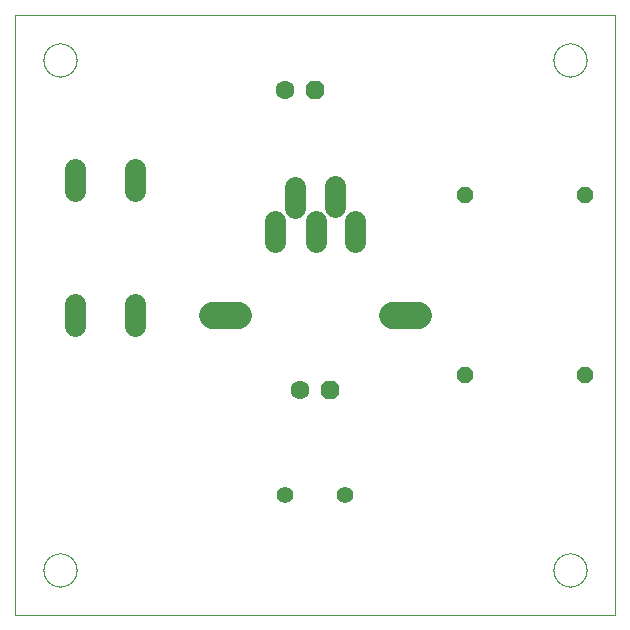
<source format=gtl>
G75*
%MOIN*%
%OFA0B0*%
%FSLAX25Y25*%
%IPPOS*%
%LPD*%
%AMOC8*
5,1,8,0,0,1.08239X$1,22.5*
%
%ADD10C,0.00000*%
%ADD11OC8,0.06300*%
%ADD12C,0.06300*%
%ADD13C,0.08850*%
%ADD14C,0.07000*%
%ADD15C,0.05600*%
%ADD16OC8,0.05200*%
%ADD17C,0.07050*%
D10*
X0001000Y0001000D02*
X0001000Y0201000D01*
X0201000Y0201000D01*
X0201000Y0001000D01*
X0001000Y0001000D01*
X0010488Y0016000D02*
X0010490Y0016148D01*
X0010496Y0016296D01*
X0010506Y0016444D01*
X0010520Y0016591D01*
X0010538Y0016738D01*
X0010559Y0016884D01*
X0010585Y0017030D01*
X0010615Y0017175D01*
X0010648Y0017319D01*
X0010686Y0017462D01*
X0010727Y0017604D01*
X0010772Y0017745D01*
X0010820Y0017885D01*
X0010873Y0018024D01*
X0010929Y0018161D01*
X0010989Y0018296D01*
X0011052Y0018430D01*
X0011119Y0018562D01*
X0011190Y0018692D01*
X0011264Y0018820D01*
X0011341Y0018946D01*
X0011422Y0019070D01*
X0011506Y0019192D01*
X0011593Y0019311D01*
X0011684Y0019428D01*
X0011778Y0019543D01*
X0011874Y0019655D01*
X0011974Y0019765D01*
X0012076Y0019871D01*
X0012182Y0019975D01*
X0012290Y0020076D01*
X0012401Y0020174D01*
X0012514Y0020270D01*
X0012630Y0020362D01*
X0012748Y0020451D01*
X0012869Y0020536D01*
X0012992Y0020619D01*
X0013117Y0020698D01*
X0013244Y0020774D01*
X0013373Y0020846D01*
X0013504Y0020915D01*
X0013637Y0020980D01*
X0013772Y0021041D01*
X0013908Y0021099D01*
X0014045Y0021154D01*
X0014184Y0021204D01*
X0014325Y0021251D01*
X0014466Y0021294D01*
X0014609Y0021334D01*
X0014753Y0021369D01*
X0014897Y0021401D01*
X0015043Y0021428D01*
X0015189Y0021452D01*
X0015336Y0021472D01*
X0015483Y0021488D01*
X0015630Y0021500D01*
X0015778Y0021508D01*
X0015926Y0021512D01*
X0016074Y0021512D01*
X0016222Y0021508D01*
X0016370Y0021500D01*
X0016517Y0021488D01*
X0016664Y0021472D01*
X0016811Y0021452D01*
X0016957Y0021428D01*
X0017103Y0021401D01*
X0017247Y0021369D01*
X0017391Y0021334D01*
X0017534Y0021294D01*
X0017675Y0021251D01*
X0017816Y0021204D01*
X0017955Y0021154D01*
X0018092Y0021099D01*
X0018228Y0021041D01*
X0018363Y0020980D01*
X0018496Y0020915D01*
X0018627Y0020846D01*
X0018756Y0020774D01*
X0018883Y0020698D01*
X0019008Y0020619D01*
X0019131Y0020536D01*
X0019252Y0020451D01*
X0019370Y0020362D01*
X0019486Y0020270D01*
X0019599Y0020174D01*
X0019710Y0020076D01*
X0019818Y0019975D01*
X0019924Y0019871D01*
X0020026Y0019765D01*
X0020126Y0019655D01*
X0020222Y0019543D01*
X0020316Y0019428D01*
X0020407Y0019311D01*
X0020494Y0019192D01*
X0020578Y0019070D01*
X0020659Y0018946D01*
X0020736Y0018820D01*
X0020810Y0018692D01*
X0020881Y0018562D01*
X0020948Y0018430D01*
X0021011Y0018296D01*
X0021071Y0018161D01*
X0021127Y0018024D01*
X0021180Y0017885D01*
X0021228Y0017745D01*
X0021273Y0017604D01*
X0021314Y0017462D01*
X0021352Y0017319D01*
X0021385Y0017175D01*
X0021415Y0017030D01*
X0021441Y0016884D01*
X0021462Y0016738D01*
X0021480Y0016591D01*
X0021494Y0016444D01*
X0021504Y0016296D01*
X0021510Y0016148D01*
X0021512Y0016000D01*
X0021510Y0015852D01*
X0021504Y0015704D01*
X0021494Y0015556D01*
X0021480Y0015409D01*
X0021462Y0015262D01*
X0021441Y0015116D01*
X0021415Y0014970D01*
X0021385Y0014825D01*
X0021352Y0014681D01*
X0021314Y0014538D01*
X0021273Y0014396D01*
X0021228Y0014255D01*
X0021180Y0014115D01*
X0021127Y0013976D01*
X0021071Y0013839D01*
X0021011Y0013704D01*
X0020948Y0013570D01*
X0020881Y0013438D01*
X0020810Y0013308D01*
X0020736Y0013180D01*
X0020659Y0013054D01*
X0020578Y0012930D01*
X0020494Y0012808D01*
X0020407Y0012689D01*
X0020316Y0012572D01*
X0020222Y0012457D01*
X0020126Y0012345D01*
X0020026Y0012235D01*
X0019924Y0012129D01*
X0019818Y0012025D01*
X0019710Y0011924D01*
X0019599Y0011826D01*
X0019486Y0011730D01*
X0019370Y0011638D01*
X0019252Y0011549D01*
X0019131Y0011464D01*
X0019008Y0011381D01*
X0018883Y0011302D01*
X0018756Y0011226D01*
X0018627Y0011154D01*
X0018496Y0011085D01*
X0018363Y0011020D01*
X0018228Y0010959D01*
X0018092Y0010901D01*
X0017955Y0010846D01*
X0017816Y0010796D01*
X0017675Y0010749D01*
X0017534Y0010706D01*
X0017391Y0010666D01*
X0017247Y0010631D01*
X0017103Y0010599D01*
X0016957Y0010572D01*
X0016811Y0010548D01*
X0016664Y0010528D01*
X0016517Y0010512D01*
X0016370Y0010500D01*
X0016222Y0010492D01*
X0016074Y0010488D01*
X0015926Y0010488D01*
X0015778Y0010492D01*
X0015630Y0010500D01*
X0015483Y0010512D01*
X0015336Y0010528D01*
X0015189Y0010548D01*
X0015043Y0010572D01*
X0014897Y0010599D01*
X0014753Y0010631D01*
X0014609Y0010666D01*
X0014466Y0010706D01*
X0014325Y0010749D01*
X0014184Y0010796D01*
X0014045Y0010846D01*
X0013908Y0010901D01*
X0013772Y0010959D01*
X0013637Y0011020D01*
X0013504Y0011085D01*
X0013373Y0011154D01*
X0013244Y0011226D01*
X0013117Y0011302D01*
X0012992Y0011381D01*
X0012869Y0011464D01*
X0012748Y0011549D01*
X0012630Y0011638D01*
X0012514Y0011730D01*
X0012401Y0011826D01*
X0012290Y0011924D01*
X0012182Y0012025D01*
X0012076Y0012129D01*
X0011974Y0012235D01*
X0011874Y0012345D01*
X0011778Y0012457D01*
X0011684Y0012572D01*
X0011593Y0012689D01*
X0011506Y0012808D01*
X0011422Y0012930D01*
X0011341Y0013054D01*
X0011264Y0013180D01*
X0011190Y0013308D01*
X0011119Y0013438D01*
X0011052Y0013570D01*
X0010989Y0013704D01*
X0010929Y0013839D01*
X0010873Y0013976D01*
X0010820Y0014115D01*
X0010772Y0014255D01*
X0010727Y0014396D01*
X0010686Y0014538D01*
X0010648Y0014681D01*
X0010615Y0014825D01*
X0010585Y0014970D01*
X0010559Y0015116D01*
X0010538Y0015262D01*
X0010520Y0015409D01*
X0010506Y0015556D01*
X0010496Y0015704D01*
X0010490Y0015852D01*
X0010488Y0016000D01*
X0010488Y0186000D02*
X0010490Y0186148D01*
X0010496Y0186296D01*
X0010506Y0186444D01*
X0010520Y0186591D01*
X0010538Y0186738D01*
X0010559Y0186884D01*
X0010585Y0187030D01*
X0010615Y0187175D01*
X0010648Y0187319D01*
X0010686Y0187462D01*
X0010727Y0187604D01*
X0010772Y0187745D01*
X0010820Y0187885D01*
X0010873Y0188024D01*
X0010929Y0188161D01*
X0010989Y0188296D01*
X0011052Y0188430D01*
X0011119Y0188562D01*
X0011190Y0188692D01*
X0011264Y0188820D01*
X0011341Y0188946D01*
X0011422Y0189070D01*
X0011506Y0189192D01*
X0011593Y0189311D01*
X0011684Y0189428D01*
X0011778Y0189543D01*
X0011874Y0189655D01*
X0011974Y0189765D01*
X0012076Y0189871D01*
X0012182Y0189975D01*
X0012290Y0190076D01*
X0012401Y0190174D01*
X0012514Y0190270D01*
X0012630Y0190362D01*
X0012748Y0190451D01*
X0012869Y0190536D01*
X0012992Y0190619D01*
X0013117Y0190698D01*
X0013244Y0190774D01*
X0013373Y0190846D01*
X0013504Y0190915D01*
X0013637Y0190980D01*
X0013772Y0191041D01*
X0013908Y0191099D01*
X0014045Y0191154D01*
X0014184Y0191204D01*
X0014325Y0191251D01*
X0014466Y0191294D01*
X0014609Y0191334D01*
X0014753Y0191369D01*
X0014897Y0191401D01*
X0015043Y0191428D01*
X0015189Y0191452D01*
X0015336Y0191472D01*
X0015483Y0191488D01*
X0015630Y0191500D01*
X0015778Y0191508D01*
X0015926Y0191512D01*
X0016074Y0191512D01*
X0016222Y0191508D01*
X0016370Y0191500D01*
X0016517Y0191488D01*
X0016664Y0191472D01*
X0016811Y0191452D01*
X0016957Y0191428D01*
X0017103Y0191401D01*
X0017247Y0191369D01*
X0017391Y0191334D01*
X0017534Y0191294D01*
X0017675Y0191251D01*
X0017816Y0191204D01*
X0017955Y0191154D01*
X0018092Y0191099D01*
X0018228Y0191041D01*
X0018363Y0190980D01*
X0018496Y0190915D01*
X0018627Y0190846D01*
X0018756Y0190774D01*
X0018883Y0190698D01*
X0019008Y0190619D01*
X0019131Y0190536D01*
X0019252Y0190451D01*
X0019370Y0190362D01*
X0019486Y0190270D01*
X0019599Y0190174D01*
X0019710Y0190076D01*
X0019818Y0189975D01*
X0019924Y0189871D01*
X0020026Y0189765D01*
X0020126Y0189655D01*
X0020222Y0189543D01*
X0020316Y0189428D01*
X0020407Y0189311D01*
X0020494Y0189192D01*
X0020578Y0189070D01*
X0020659Y0188946D01*
X0020736Y0188820D01*
X0020810Y0188692D01*
X0020881Y0188562D01*
X0020948Y0188430D01*
X0021011Y0188296D01*
X0021071Y0188161D01*
X0021127Y0188024D01*
X0021180Y0187885D01*
X0021228Y0187745D01*
X0021273Y0187604D01*
X0021314Y0187462D01*
X0021352Y0187319D01*
X0021385Y0187175D01*
X0021415Y0187030D01*
X0021441Y0186884D01*
X0021462Y0186738D01*
X0021480Y0186591D01*
X0021494Y0186444D01*
X0021504Y0186296D01*
X0021510Y0186148D01*
X0021512Y0186000D01*
X0021510Y0185852D01*
X0021504Y0185704D01*
X0021494Y0185556D01*
X0021480Y0185409D01*
X0021462Y0185262D01*
X0021441Y0185116D01*
X0021415Y0184970D01*
X0021385Y0184825D01*
X0021352Y0184681D01*
X0021314Y0184538D01*
X0021273Y0184396D01*
X0021228Y0184255D01*
X0021180Y0184115D01*
X0021127Y0183976D01*
X0021071Y0183839D01*
X0021011Y0183704D01*
X0020948Y0183570D01*
X0020881Y0183438D01*
X0020810Y0183308D01*
X0020736Y0183180D01*
X0020659Y0183054D01*
X0020578Y0182930D01*
X0020494Y0182808D01*
X0020407Y0182689D01*
X0020316Y0182572D01*
X0020222Y0182457D01*
X0020126Y0182345D01*
X0020026Y0182235D01*
X0019924Y0182129D01*
X0019818Y0182025D01*
X0019710Y0181924D01*
X0019599Y0181826D01*
X0019486Y0181730D01*
X0019370Y0181638D01*
X0019252Y0181549D01*
X0019131Y0181464D01*
X0019008Y0181381D01*
X0018883Y0181302D01*
X0018756Y0181226D01*
X0018627Y0181154D01*
X0018496Y0181085D01*
X0018363Y0181020D01*
X0018228Y0180959D01*
X0018092Y0180901D01*
X0017955Y0180846D01*
X0017816Y0180796D01*
X0017675Y0180749D01*
X0017534Y0180706D01*
X0017391Y0180666D01*
X0017247Y0180631D01*
X0017103Y0180599D01*
X0016957Y0180572D01*
X0016811Y0180548D01*
X0016664Y0180528D01*
X0016517Y0180512D01*
X0016370Y0180500D01*
X0016222Y0180492D01*
X0016074Y0180488D01*
X0015926Y0180488D01*
X0015778Y0180492D01*
X0015630Y0180500D01*
X0015483Y0180512D01*
X0015336Y0180528D01*
X0015189Y0180548D01*
X0015043Y0180572D01*
X0014897Y0180599D01*
X0014753Y0180631D01*
X0014609Y0180666D01*
X0014466Y0180706D01*
X0014325Y0180749D01*
X0014184Y0180796D01*
X0014045Y0180846D01*
X0013908Y0180901D01*
X0013772Y0180959D01*
X0013637Y0181020D01*
X0013504Y0181085D01*
X0013373Y0181154D01*
X0013244Y0181226D01*
X0013117Y0181302D01*
X0012992Y0181381D01*
X0012869Y0181464D01*
X0012748Y0181549D01*
X0012630Y0181638D01*
X0012514Y0181730D01*
X0012401Y0181826D01*
X0012290Y0181924D01*
X0012182Y0182025D01*
X0012076Y0182129D01*
X0011974Y0182235D01*
X0011874Y0182345D01*
X0011778Y0182457D01*
X0011684Y0182572D01*
X0011593Y0182689D01*
X0011506Y0182808D01*
X0011422Y0182930D01*
X0011341Y0183054D01*
X0011264Y0183180D01*
X0011190Y0183308D01*
X0011119Y0183438D01*
X0011052Y0183570D01*
X0010989Y0183704D01*
X0010929Y0183839D01*
X0010873Y0183976D01*
X0010820Y0184115D01*
X0010772Y0184255D01*
X0010727Y0184396D01*
X0010686Y0184538D01*
X0010648Y0184681D01*
X0010615Y0184825D01*
X0010585Y0184970D01*
X0010559Y0185116D01*
X0010538Y0185262D01*
X0010520Y0185409D01*
X0010506Y0185556D01*
X0010496Y0185704D01*
X0010490Y0185852D01*
X0010488Y0186000D01*
X0180488Y0186000D02*
X0180490Y0186148D01*
X0180496Y0186296D01*
X0180506Y0186444D01*
X0180520Y0186591D01*
X0180538Y0186738D01*
X0180559Y0186884D01*
X0180585Y0187030D01*
X0180615Y0187175D01*
X0180648Y0187319D01*
X0180686Y0187462D01*
X0180727Y0187604D01*
X0180772Y0187745D01*
X0180820Y0187885D01*
X0180873Y0188024D01*
X0180929Y0188161D01*
X0180989Y0188296D01*
X0181052Y0188430D01*
X0181119Y0188562D01*
X0181190Y0188692D01*
X0181264Y0188820D01*
X0181341Y0188946D01*
X0181422Y0189070D01*
X0181506Y0189192D01*
X0181593Y0189311D01*
X0181684Y0189428D01*
X0181778Y0189543D01*
X0181874Y0189655D01*
X0181974Y0189765D01*
X0182076Y0189871D01*
X0182182Y0189975D01*
X0182290Y0190076D01*
X0182401Y0190174D01*
X0182514Y0190270D01*
X0182630Y0190362D01*
X0182748Y0190451D01*
X0182869Y0190536D01*
X0182992Y0190619D01*
X0183117Y0190698D01*
X0183244Y0190774D01*
X0183373Y0190846D01*
X0183504Y0190915D01*
X0183637Y0190980D01*
X0183772Y0191041D01*
X0183908Y0191099D01*
X0184045Y0191154D01*
X0184184Y0191204D01*
X0184325Y0191251D01*
X0184466Y0191294D01*
X0184609Y0191334D01*
X0184753Y0191369D01*
X0184897Y0191401D01*
X0185043Y0191428D01*
X0185189Y0191452D01*
X0185336Y0191472D01*
X0185483Y0191488D01*
X0185630Y0191500D01*
X0185778Y0191508D01*
X0185926Y0191512D01*
X0186074Y0191512D01*
X0186222Y0191508D01*
X0186370Y0191500D01*
X0186517Y0191488D01*
X0186664Y0191472D01*
X0186811Y0191452D01*
X0186957Y0191428D01*
X0187103Y0191401D01*
X0187247Y0191369D01*
X0187391Y0191334D01*
X0187534Y0191294D01*
X0187675Y0191251D01*
X0187816Y0191204D01*
X0187955Y0191154D01*
X0188092Y0191099D01*
X0188228Y0191041D01*
X0188363Y0190980D01*
X0188496Y0190915D01*
X0188627Y0190846D01*
X0188756Y0190774D01*
X0188883Y0190698D01*
X0189008Y0190619D01*
X0189131Y0190536D01*
X0189252Y0190451D01*
X0189370Y0190362D01*
X0189486Y0190270D01*
X0189599Y0190174D01*
X0189710Y0190076D01*
X0189818Y0189975D01*
X0189924Y0189871D01*
X0190026Y0189765D01*
X0190126Y0189655D01*
X0190222Y0189543D01*
X0190316Y0189428D01*
X0190407Y0189311D01*
X0190494Y0189192D01*
X0190578Y0189070D01*
X0190659Y0188946D01*
X0190736Y0188820D01*
X0190810Y0188692D01*
X0190881Y0188562D01*
X0190948Y0188430D01*
X0191011Y0188296D01*
X0191071Y0188161D01*
X0191127Y0188024D01*
X0191180Y0187885D01*
X0191228Y0187745D01*
X0191273Y0187604D01*
X0191314Y0187462D01*
X0191352Y0187319D01*
X0191385Y0187175D01*
X0191415Y0187030D01*
X0191441Y0186884D01*
X0191462Y0186738D01*
X0191480Y0186591D01*
X0191494Y0186444D01*
X0191504Y0186296D01*
X0191510Y0186148D01*
X0191512Y0186000D01*
X0191510Y0185852D01*
X0191504Y0185704D01*
X0191494Y0185556D01*
X0191480Y0185409D01*
X0191462Y0185262D01*
X0191441Y0185116D01*
X0191415Y0184970D01*
X0191385Y0184825D01*
X0191352Y0184681D01*
X0191314Y0184538D01*
X0191273Y0184396D01*
X0191228Y0184255D01*
X0191180Y0184115D01*
X0191127Y0183976D01*
X0191071Y0183839D01*
X0191011Y0183704D01*
X0190948Y0183570D01*
X0190881Y0183438D01*
X0190810Y0183308D01*
X0190736Y0183180D01*
X0190659Y0183054D01*
X0190578Y0182930D01*
X0190494Y0182808D01*
X0190407Y0182689D01*
X0190316Y0182572D01*
X0190222Y0182457D01*
X0190126Y0182345D01*
X0190026Y0182235D01*
X0189924Y0182129D01*
X0189818Y0182025D01*
X0189710Y0181924D01*
X0189599Y0181826D01*
X0189486Y0181730D01*
X0189370Y0181638D01*
X0189252Y0181549D01*
X0189131Y0181464D01*
X0189008Y0181381D01*
X0188883Y0181302D01*
X0188756Y0181226D01*
X0188627Y0181154D01*
X0188496Y0181085D01*
X0188363Y0181020D01*
X0188228Y0180959D01*
X0188092Y0180901D01*
X0187955Y0180846D01*
X0187816Y0180796D01*
X0187675Y0180749D01*
X0187534Y0180706D01*
X0187391Y0180666D01*
X0187247Y0180631D01*
X0187103Y0180599D01*
X0186957Y0180572D01*
X0186811Y0180548D01*
X0186664Y0180528D01*
X0186517Y0180512D01*
X0186370Y0180500D01*
X0186222Y0180492D01*
X0186074Y0180488D01*
X0185926Y0180488D01*
X0185778Y0180492D01*
X0185630Y0180500D01*
X0185483Y0180512D01*
X0185336Y0180528D01*
X0185189Y0180548D01*
X0185043Y0180572D01*
X0184897Y0180599D01*
X0184753Y0180631D01*
X0184609Y0180666D01*
X0184466Y0180706D01*
X0184325Y0180749D01*
X0184184Y0180796D01*
X0184045Y0180846D01*
X0183908Y0180901D01*
X0183772Y0180959D01*
X0183637Y0181020D01*
X0183504Y0181085D01*
X0183373Y0181154D01*
X0183244Y0181226D01*
X0183117Y0181302D01*
X0182992Y0181381D01*
X0182869Y0181464D01*
X0182748Y0181549D01*
X0182630Y0181638D01*
X0182514Y0181730D01*
X0182401Y0181826D01*
X0182290Y0181924D01*
X0182182Y0182025D01*
X0182076Y0182129D01*
X0181974Y0182235D01*
X0181874Y0182345D01*
X0181778Y0182457D01*
X0181684Y0182572D01*
X0181593Y0182689D01*
X0181506Y0182808D01*
X0181422Y0182930D01*
X0181341Y0183054D01*
X0181264Y0183180D01*
X0181190Y0183308D01*
X0181119Y0183438D01*
X0181052Y0183570D01*
X0180989Y0183704D01*
X0180929Y0183839D01*
X0180873Y0183976D01*
X0180820Y0184115D01*
X0180772Y0184255D01*
X0180727Y0184396D01*
X0180686Y0184538D01*
X0180648Y0184681D01*
X0180615Y0184825D01*
X0180585Y0184970D01*
X0180559Y0185116D01*
X0180538Y0185262D01*
X0180520Y0185409D01*
X0180506Y0185556D01*
X0180496Y0185704D01*
X0180490Y0185852D01*
X0180488Y0186000D01*
X0180488Y0016000D02*
X0180490Y0016148D01*
X0180496Y0016296D01*
X0180506Y0016444D01*
X0180520Y0016591D01*
X0180538Y0016738D01*
X0180559Y0016884D01*
X0180585Y0017030D01*
X0180615Y0017175D01*
X0180648Y0017319D01*
X0180686Y0017462D01*
X0180727Y0017604D01*
X0180772Y0017745D01*
X0180820Y0017885D01*
X0180873Y0018024D01*
X0180929Y0018161D01*
X0180989Y0018296D01*
X0181052Y0018430D01*
X0181119Y0018562D01*
X0181190Y0018692D01*
X0181264Y0018820D01*
X0181341Y0018946D01*
X0181422Y0019070D01*
X0181506Y0019192D01*
X0181593Y0019311D01*
X0181684Y0019428D01*
X0181778Y0019543D01*
X0181874Y0019655D01*
X0181974Y0019765D01*
X0182076Y0019871D01*
X0182182Y0019975D01*
X0182290Y0020076D01*
X0182401Y0020174D01*
X0182514Y0020270D01*
X0182630Y0020362D01*
X0182748Y0020451D01*
X0182869Y0020536D01*
X0182992Y0020619D01*
X0183117Y0020698D01*
X0183244Y0020774D01*
X0183373Y0020846D01*
X0183504Y0020915D01*
X0183637Y0020980D01*
X0183772Y0021041D01*
X0183908Y0021099D01*
X0184045Y0021154D01*
X0184184Y0021204D01*
X0184325Y0021251D01*
X0184466Y0021294D01*
X0184609Y0021334D01*
X0184753Y0021369D01*
X0184897Y0021401D01*
X0185043Y0021428D01*
X0185189Y0021452D01*
X0185336Y0021472D01*
X0185483Y0021488D01*
X0185630Y0021500D01*
X0185778Y0021508D01*
X0185926Y0021512D01*
X0186074Y0021512D01*
X0186222Y0021508D01*
X0186370Y0021500D01*
X0186517Y0021488D01*
X0186664Y0021472D01*
X0186811Y0021452D01*
X0186957Y0021428D01*
X0187103Y0021401D01*
X0187247Y0021369D01*
X0187391Y0021334D01*
X0187534Y0021294D01*
X0187675Y0021251D01*
X0187816Y0021204D01*
X0187955Y0021154D01*
X0188092Y0021099D01*
X0188228Y0021041D01*
X0188363Y0020980D01*
X0188496Y0020915D01*
X0188627Y0020846D01*
X0188756Y0020774D01*
X0188883Y0020698D01*
X0189008Y0020619D01*
X0189131Y0020536D01*
X0189252Y0020451D01*
X0189370Y0020362D01*
X0189486Y0020270D01*
X0189599Y0020174D01*
X0189710Y0020076D01*
X0189818Y0019975D01*
X0189924Y0019871D01*
X0190026Y0019765D01*
X0190126Y0019655D01*
X0190222Y0019543D01*
X0190316Y0019428D01*
X0190407Y0019311D01*
X0190494Y0019192D01*
X0190578Y0019070D01*
X0190659Y0018946D01*
X0190736Y0018820D01*
X0190810Y0018692D01*
X0190881Y0018562D01*
X0190948Y0018430D01*
X0191011Y0018296D01*
X0191071Y0018161D01*
X0191127Y0018024D01*
X0191180Y0017885D01*
X0191228Y0017745D01*
X0191273Y0017604D01*
X0191314Y0017462D01*
X0191352Y0017319D01*
X0191385Y0017175D01*
X0191415Y0017030D01*
X0191441Y0016884D01*
X0191462Y0016738D01*
X0191480Y0016591D01*
X0191494Y0016444D01*
X0191504Y0016296D01*
X0191510Y0016148D01*
X0191512Y0016000D01*
X0191510Y0015852D01*
X0191504Y0015704D01*
X0191494Y0015556D01*
X0191480Y0015409D01*
X0191462Y0015262D01*
X0191441Y0015116D01*
X0191415Y0014970D01*
X0191385Y0014825D01*
X0191352Y0014681D01*
X0191314Y0014538D01*
X0191273Y0014396D01*
X0191228Y0014255D01*
X0191180Y0014115D01*
X0191127Y0013976D01*
X0191071Y0013839D01*
X0191011Y0013704D01*
X0190948Y0013570D01*
X0190881Y0013438D01*
X0190810Y0013308D01*
X0190736Y0013180D01*
X0190659Y0013054D01*
X0190578Y0012930D01*
X0190494Y0012808D01*
X0190407Y0012689D01*
X0190316Y0012572D01*
X0190222Y0012457D01*
X0190126Y0012345D01*
X0190026Y0012235D01*
X0189924Y0012129D01*
X0189818Y0012025D01*
X0189710Y0011924D01*
X0189599Y0011826D01*
X0189486Y0011730D01*
X0189370Y0011638D01*
X0189252Y0011549D01*
X0189131Y0011464D01*
X0189008Y0011381D01*
X0188883Y0011302D01*
X0188756Y0011226D01*
X0188627Y0011154D01*
X0188496Y0011085D01*
X0188363Y0011020D01*
X0188228Y0010959D01*
X0188092Y0010901D01*
X0187955Y0010846D01*
X0187816Y0010796D01*
X0187675Y0010749D01*
X0187534Y0010706D01*
X0187391Y0010666D01*
X0187247Y0010631D01*
X0187103Y0010599D01*
X0186957Y0010572D01*
X0186811Y0010548D01*
X0186664Y0010528D01*
X0186517Y0010512D01*
X0186370Y0010500D01*
X0186222Y0010492D01*
X0186074Y0010488D01*
X0185926Y0010488D01*
X0185778Y0010492D01*
X0185630Y0010500D01*
X0185483Y0010512D01*
X0185336Y0010528D01*
X0185189Y0010548D01*
X0185043Y0010572D01*
X0184897Y0010599D01*
X0184753Y0010631D01*
X0184609Y0010666D01*
X0184466Y0010706D01*
X0184325Y0010749D01*
X0184184Y0010796D01*
X0184045Y0010846D01*
X0183908Y0010901D01*
X0183772Y0010959D01*
X0183637Y0011020D01*
X0183504Y0011085D01*
X0183373Y0011154D01*
X0183244Y0011226D01*
X0183117Y0011302D01*
X0182992Y0011381D01*
X0182869Y0011464D01*
X0182748Y0011549D01*
X0182630Y0011638D01*
X0182514Y0011730D01*
X0182401Y0011826D01*
X0182290Y0011924D01*
X0182182Y0012025D01*
X0182076Y0012129D01*
X0181974Y0012235D01*
X0181874Y0012345D01*
X0181778Y0012457D01*
X0181684Y0012572D01*
X0181593Y0012689D01*
X0181506Y0012808D01*
X0181422Y0012930D01*
X0181341Y0013054D01*
X0181264Y0013180D01*
X0181190Y0013308D01*
X0181119Y0013438D01*
X0181052Y0013570D01*
X0180989Y0013704D01*
X0180929Y0013839D01*
X0180873Y0013976D01*
X0180820Y0014115D01*
X0180772Y0014255D01*
X0180727Y0014396D01*
X0180686Y0014538D01*
X0180648Y0014681D01*
X0180615Y0014825D01*
X0180585Y0014970D01*
X0180559Y0015116D01*
X0180538Y0015262D01*
X0180520Y0015409D01*
X0180506Y0015556D01*
X0180496Y0015704D01*
X0180490Y0015852D01*
X0180488Y0016000D01*
D11*
X0106000Y0076000D03*
X0101000Y0176000D03*
D12*
X0091000Y0176000D03*
X0096000Y0076000D03*
D13*
X0075425Y0101000D02*
X0066575Y0101000D01*
X0126575Y0101000D02*
X0135425Y0101000D01*
D14*
X0114400Y0125400D02*
X0114400Y0132400D01*
X0107700Y0136900D02*
X0107700Y0143900D01*
X0101200Y0132400D02*
X0101200Y0125400D01*
X0094300Y0136800D02*
X0094300Y0143800D01*
X0087600Y0132300D02*
X0087600Y0125300D01*
D15*
X0091157Y0041000D03*
X0110843Y0041000D03*
D16*
X0151000Y0081000D03*
X0191000Y0081000D03*
X0191000Y0141000D03*
X0151000Y0141000D03*
D17*
X0040843Y0142475D02*
X0040843Y0149525D01*
X0021157Y0149525D02*
X0021157Y0142475D01*
X0021157Y0104525D02*
X0021157Y0097475D01*
X0040843Y0097475D02*
X0040843Y0104525D01*
M02*

</source>
